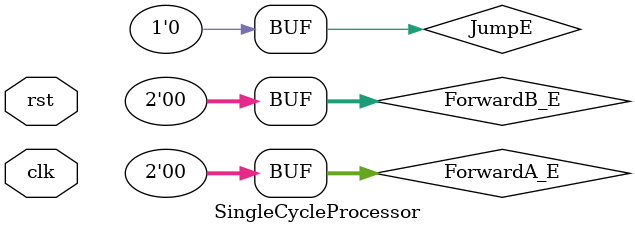
<source format=v>
module SingleCycleProcessor(
    input clk,
    input rst
);
    // Fetch stage signals
    wire [31:0] pc_mux_in;
    wire pc_select;
    wire [31:0] instr_out, pc_plus_4_out;
    
    // Decode stage signals
    wire RegWriteW;
    wire [4:0] RDW;
    wire [31:0] ResultW;
    wire RegWriteE, ALUSrcE, MemWriteE, ResultSrcE, BranchE;
    wire [2:0] ALUControlE;
    wire [31:0] RD1_E, RD2_E, Imm_Ext_E;
    wire [4:0] RD_E, RS1_E, RS2_E;
    wire [31:0] PCE, PCPlus4E;
    
    // Execute stage signals
    wire JumpE = 1'b0; // Not implemented in this version
    wire [1:0] ForwardA_E = 2'b00, ForwardB_E = 2'b00; // No forwarding in single cycle
    wire PCSrcE;
    wire RegWriteM, MemWriteM, ResultSrcM;
    wire [4:0] RD_M;
    wire [31:0] PCPlus4M, WriteDataM, ALU_ResultM, PCTargetE;
    
    // Memory stage signals
    wire RegWriteW_out, ResultSrcW_out;
    wire [4:0] RD_W_out;
    wire [31:0] PCPlus4W_out, ALU_ResultW_out, ReadDataW_out;
    
    // Fetch stage
    FetchStage fetch(
        .clk(clk),
        .rst(rst),
        .pc_mux_in(PCTargetE),
        .pc_select(PCSrcE),
        .instr_out(instr_out),
        .pc_plus_4_out(pc_plus_4_out)
    );
    
    // Decode stage
    decode_cycle decode(
        .clk(clk),
        .rst(rst),
        .InstrD(instr_out),
        .PCD(32'b0), // Not used in single cycle
        .PCPlus4D(pc_plus_4_out),
        .RegWriteW(RegWriteW_out),
        .RDW(RD_W_out),
        .ResultW(ResultW),
        .RegWriteE(RegWriteE),
        .ALUSrcE(ALUSrcE),
        .MemWriteE(MemWriteE),
        .ResultSrcE(ResultSrcE),
        .BranchE(BranchE),
        .ALUControlE(ALUControlE),
        .RD1_E(RD1_E),
        .RD2_E(RD2_E),
        .Imm_Ext_E(Imm_Ext_E),
        .RD_E(RD_E),
        .PCE(PCE),
        .PCPlus4E(PCPlus4E),
        .RS1_E(RS1_E),
        .RS2_E(RS2_E)
    );
    
    // Execute stage
    execute_cycle execute(
        .clk(clk),
        .rst(rst),
        .JumpE(JumpE),
        .RegWriteE(RegWriteE),
        .ALUSrcE(ALUSrcE),
        .MemWriteE(MemWriteE),
        .ResultSrcE(ResultSrcE),
        .BranchE(BranchE),
        .ALUControlE(ALUControlE),
        .RD1_E(RD1_E),
        .RD2_E(RD2_E),
        .Imm_Ext_E(Imm_Ext_E),
        .RD_E(RD_E),
        .PCE(PCE),
        .PCPlus4E(PCPlus4E),
        .PCSrcE(PCSrcE),
        .PCTargetE(PCTargetE),
        .RegWriteM(RegWriteM),
        .MemWriteM(MemWriteM),
        .ResultSrcM(ResultSrcM),
        .RD_M(RD_M),
        .PCPlus4M(PCPlus4M),
        .WriteDataM(WriteDataM),
        .ALU_ResultM(ALU_ResultM),
        .ResultW(ResultW),
        .ForwardA_E(ForwardA_E),
        .ForwardB_E(ForwardB_E)
    );
    
    // Memory stage
    memory_cycle memory(
        .clk(clk),
        .rst(rst),
        .RegWriteM(RegWriteM),
        .MemWriteM(MemWriteM),
        .ResultSrcM(ResultSrcM),
        .RD_M(RD_M),
        .PCPlus4M(PCPlus4M),
        .WriteDataM(WriteDataM),
        .ALU_ResultM(ALU_ResultM),
        .RegWriteW(RegWriteW_out),
        .ResultSrcW(ResultSrcW_out),
        .RD_W(RD_W_out),
        .PCPlus4W(PCPlus4W_out),
        .ALU_ResultW(ALU_ResultW_out),
        .ReadDataW(ReadDataW_out)
    );
    
    // Writeback stage
    writeback_cycle writeback(
        .clk(clk),
        .rst(rst),
        .ResultSrcW(ResultSrcW_out),
        .PCPlus4W(PCPlus4W_out),
        .ALU_ResultW(ALU_ResultW_out),
        .ReadDataW(ReadDataW_out),
        .ResultW(ResultW)
    );
endmodule

</source>
